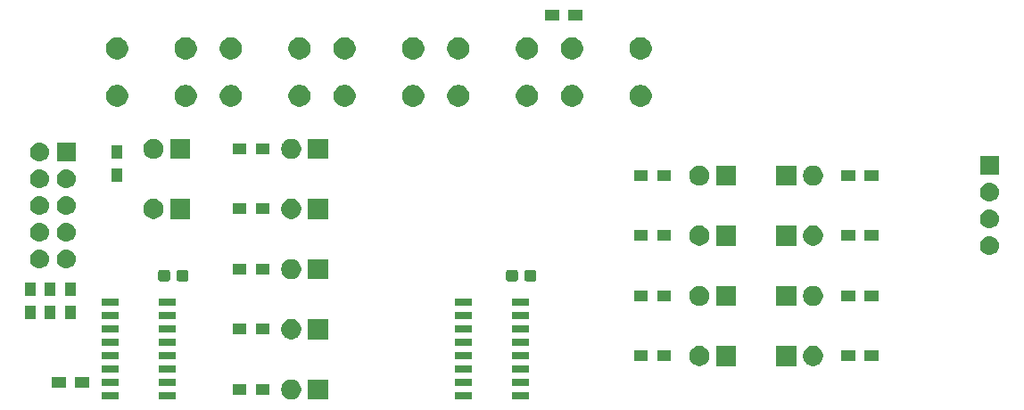
<source format=gbr>
G04 #@! TF.GenerationSoftware,KiCad,Pcbnew,(5.1.4)-1*
G04 #@! TF.CreationDate,2020-09-12T21:11:29+02:00*
G04 #@! TF.ProjectId,SBIO3,5342494f-332e-46b6-9963-61645f706362,rev?*
G04 #@! TF.SameCoordinates,Original*
G04 #@! TF.FileFunction,Soldermask,Top*
G04 #@! TF.FilePolarity,Negative*
%FSLAX46Y46*%
G04 Gerber Fmt 4.6, Leading zero omitted, Abs format (unit mm)*
G04 Created by KiCad (PCBNEW (5.1.4)-1) date 2020-09-12 21:11:29*
%MOMM*%
%LPD*%
G04 APERTURE LIST*
%ADD10C,0.100000*%
G04 APERTURE END LIST*
D10*
G36*
X84367000Y-175611000D02*
G01*
X82765000Y-175611000D01*
X82765000Y-174909000D01*
X84367000Y-174909000D01*
X84367000Y-175611000D01*
X84367000Y-175611000D01*
G37*
G36*
X117862000Y-175611000D02*
G01*
X116260000Y-175611000D01*
X116260000Y-174909000D01*
X117862000Y-174909000D01*
X117862000Y-175611000D01*
X117862000Y-175611000D01*
G37*
G36*
X89767000Y-175611000D02*
G01*
X88165000Y-175611000D01*
X88165000Y-174909000D01*
X89767000Y-174909000D01*
X89767000Y-175611000D01*
X89767000Y-175611000D01*
G37*
G36*
X123262000Y-175611000D02*
G01*
X121660000Y-175611000D01*
X121660000Y-174909000D01*
X123262000Y-174909000D01*
X123262000Y-175611000D01*
X123262000Y-175611000D01*
G37*
G36*
X100988395Y-173710546D02*
G01*
X101161466Y-173782234D01*
X101161467Y-173782235D01*
X101317227Y-173886310D01*
X101449690Y-174018773D01*
X101449691Y-174018775D01*
X101553766Y-174174534D01*
X101625454Y-174347605D01*
X101662000Y-174531333D01*
X101662000Y-174718667D01*
X101625454Y-174902395D01*
X101553766Y-175075466D01*
X101553765Y-175075467D01*
X101449690Y-175231227D01*
X101317227Y-175363690D01*
X101238818Y-175416081D01*
X101161466Y-175467766D01*
X100988395Y-175539454D01*
X100804667Y-175576000D01*
X100617333Y-175576000D01*
X100433605Y-175539454D01*
X100260534Y-175467766D01*
X100183182Y-175416081D01*
X100104773Y-175363690D01*
X99972310Y-175231227D01*
X99868235Y-175075467D01*
X99868234Y-175075466D01*
X99796546Y-174902395D01*
X99760000Y-174718667D01*
X99760000Y-174531333D01*
X99796546Y-174347605D01*
X99868234Y-174174534D01*
X99972309Y-174018775D01*
X99972310Y-174018773D01*
X100104773Y-173886310D01*
X100260533Y-173782235D01*
X100260534Y-173782234D01*
X100433605Y-173710546D01*
X100617333Y-173674000D01*
X100804667Y-173674000D01*
X100988395Y-173710546D01*
X100988395Y-173710546D01*
G37*
G36*
X104202000Y-175576000D02*
G01*
X102300000Y-175576000D01*
X102300000Y-173674000D01*
X104202000Y-173674000D01*
X104202000Y-175576000D01*
X104202000Y-175576000D01*
G37*
G36*
X98652000Y-175126000D02*
G01*
X97350000Y-175126000D01*
X97350000Y-174124000D01*
X98652000Y-174124000D01*
X98652000Y-175126000D01*
X98652000Y-175126000D01*
G37*
G36*
X96452000Y-175126000D02*
G01*
X95150000Y-175126000D01*
X95150000Y-174124000D01*
X96452000Y-174124000D01*
X96452000Y-175126000D01*
X96452000Y-175126000D01*
G37*
G36*
X79307000Y-174491000D02*
G01*
X78005000Y-174491000D01*
X78005000Y-173489000D01*
X79307000Y-173489000D01*
X79307000Y-174491000D01*
X79307000Y-174491000D01*
G37*
G36*
X81507000Y-174491000D02*
G01*
X80205000Y-174491000D01*
X80205000Y-173489000D01*
X81507000Y-173489000D01*
X81507000Y-174491000D01*
X81507000Y-174491000D01*
G37*
G36*
X89767000Y-174341000D02*
G01*
X88165000Y-174341000D01*
X88165000Y-173639000D01*
X89767000Y-173639000D01*
X89767000Y-174341000D01*
X89767000Y-174341000D01*
G37*
G36*
X84367000Y-174341000D02*
G01*
X82765000Y-174341000D01*
X82765000Y-173639000D01*
X84367000Y-173639000D01*
X84367000Y-174341000D01*
X84367000Y-174341000D01*
G37*
G36*
X123262000Y-174341000D02*
G01*
X121660000Y-174341000D01*
X121660000Y-173639000D01*
X123262000Y-173639000D01*
X123262000Y-174341000D01*
X123262000Y-174341000D01*
G37*
G36*
X117862000Y-174341000D02*
G01*
X116260000Y-174341000D01*
X116260000Y-173639000D01*
X117862000Y-173639000D01*
X117862000Y-174341000D01*
X117862000Y-174341000D01*
G37*
G36*
X123262000Y-173071000D02*
G01*
X121660000Y-173071000D01*
X121660000Y-172369000D01*
X123262000Y-172369000D01*
X123262000Y-173071000D01*
X123262000Y-173071000D01*
G37*
G36*
X84367000Y-173071000D02*
G01*
X82765000Y-173071000D01*
X82765000Y-172369000D01*
X84367000Y-172369000D01*
X84367000Y-173071000D01*
X84367000Y-173071000D01*
G37*
G36*
X89767000Y-173071000D02*
G01*
X88165000Y-173071000D01*
X88165000Y-172369000D01*
X89767000Y-172369000D01*
X89767000Y-173071000D01*
X89767000Y-173071000D01*
G37*
G36*
X117862000Y-173071000D02*
G01*
X116260000Y-173071000D01*
X116260000Y-172369000D01*
X117862000Y-172369000D01*
X117862000Y-173071000D01*
X117862000Y-173071000D01*
G37*
G36*
X148652000Y-172401000D02*
G01*
X146750000Y-172401000D01*
X146750000Y-170499000D01*
X148652000Y-170499000D01*
X148652000Y-172401000D01*
X148652000Y-172401000D01*
G37*
G36*
X142937000Y-172401000D02*
G01*
X141035000Y-172401000D01*
X141035000Y-170499000D01*
X142937000Y-170499000D01*
X142937000Y-172401000D01*
X142937000Y-172401000D01*
G37*
G36*
X150518395Y-170535546D02*
G01*
X150691466Y-170607234D01*
X150691467Y-170607235D01*
X150847227Y-170711310D01*
X150979690Y-170843773D01*
X150979691Y-170843775D01*
X151083766Y-170999534D01*
X151155454Y-171172605D01*
X151192000Y-171356333D01*
X151192000Y-171543667D01*
X151155454Y-171727395D01*
X151083766Y-171900466D01*
X151083765Y-171900467D01*
X150979690Y-172056227D01*
X150847227Y-172188690D01*
X150768818Y-172241081D01*
X150691466Y-172292766D01*
X150518395Y-172364454D01*
X150334667Y-172401000D01*
X150147333Y-172401000D01*
X149963605Y-172364454D01*
X149790534Y-172292766D01*
X149713182Y-172241081D01*
X149634773Y-172188690D01*
X149502310Y-172056227D01*
X149398235Y-171900467D01*
X149398234Y-171900466D01*
X149326546Y-171727395D01*
X149290000Y-171543667D01*
X149290000Y-171356333D01*
X149326546Y-171172605D01*
X149398234Y-170999534D01*
X149502309Y-170843775D01*
X149502310Y-170843773D01*
X149634773Y-170711310D01*
X149790533Y-170607235D01*
X149790534Y-170607234D01*
X149963605Y-170535546D01*
X150147333Y-170499000D01*
X150334667Y-170499000D01*
X150518395Y-170535546D01*
X150518395Y-170535546D01*
G37*
G36*
X139723395Y-170535546D02*
G01*
X139896466Y-170607234D01*
X139896467Y-170607235D01*
X140052227Y-170711310D01*
X140184690Y-170843773D01*
X140184691Y-170843775D01*
X140288766Y-170999534D01*
X140360454Y-171172605D01*
X140397000Y-171356333D01*
X140397000Y-171543667D01*
X140360454Y-171727395D01*
X140288766Y-171900466D01*
X140288765Y-171900467D01*
X140184690Y-172056227D01*
X140052227Y-172188690D01*
X139973818Y-172241081D01*
X139896466Y-172292766D01*
X139723395Y-172364454D01*
X139539667Y-172401000D01*
X139352333Y-172401000D01*
X139168605Y-172364454D01*
X138995534Y-172292766D01*
X138918182Y-172241081D01*
X138839773Y-172188690D01*
X138707310Y-172056227D01*
X138603235Y-171900467D01*
X138603234Y-171900466D01*
X138531546Y-171727395D01*
X138495000Y-171543667D01*
X138495000Y-171356333D01*
X138531546Y-171172605D01*
X138603234Y-170999534D01*
X138707309Y-170843775D01*
X138707310Y-170843773D01*
X138839773Y-170711310D01*
X138995533Y-170607235D01*
X138995534Y-170607234D01*
X139168605Y-170535546D01*
X139352333Y-170499000D01*
X139539667Y-170499000D01*
X139723395Y-170535546D01*
X139723395Y-170535546D01*
G37*
G36*
X156437000Y-171951000D02*
G01*
X155135000Y-171951000D01*
X155135000Y-170949000D01*
X156437000Y-170949000D01*
X156437000Y-171951000D01*
X156437000Y-171951000D01*
G37*
G36*
X154237000Y-171951000D02*
G01*
X152935000Y-171951000D01*
X152935000Y-170949000D01*
X154237000Y-170949000D01*
X154237000Y-171951000D01*
X154237000Y-171951000D01*
G37*
G36*
X134552000Y-171951000D02*
G01*
X133250000Y-171951000D01*
X133250000Y-170949000D01*
X134552000Y-170949000D01*
X134552000Y-171951000D01*
X134552000Y-171951000D01*
G37*
G36*
X136752000Y-171951000D02*
G01*
X135450000Y-171951000D01*
X135450000Y-170949000D01*
X136752000Y-170949000D01*
X136752000Y-171951000D01*
X136752000Y-171951000D01*
G37*
G36*
X89767000Y-171801000D02*
G01*
X88165000Y-171801000D01*
X88165000Y-171099000D01*
X89767000Y-171099000D01*
X89767000Y-171801000D01*
X89767000Y-171801000D01*
G37*
G36*
X117862000Y-171801000D02*
G01*
X116260000Y-171801000D01*
X116260000Y-171099000D01*
X117862000Y-171099000D01*
X117862000Y-171801000D01*
X117862000Y-171801000D01*
G37*
G36*
X84367000Y-171801000D02*
G01*
X82765000Y-171801000D01*
X82765000Y-171099000D01*
X84367000Y-171099000D01*
X84367000Y-171801000D01*
X84367000Y-171801000D01*
G37*
G36*
X123262000Y-171801000D02*
G01*
X121660000Y-171801000D01*
X121660000Y-171099000D01*
X123262000Y-171099000D01*
X123262000Y-171801000D01*
X123262000Y-171801000D01*
G37*
G36*
X84367000Y-170531000D02*
G01*
X82765000Y-170531000D01*
X82765000Y-169829000D01*
X84367000Y-169829000D01*
X84367000Y-170531000D01*
X84367000Y-170531000D01*
G37*
G36*
X89767000Y-170531000D02*
G01*
X88165000Y-170531000D01*
X88165000Y-169829000D01*
X89767000Y-169829000D01*
X89767000Y-170531000D01*
X89767000Y-170531000D01*
G37*
G36*
X117862000Y-170531000D02*
G01*
X116260000Y-170531000D01*
X116260000Y-169829000D01*
X117862000Y-169829000D01*
X117862000Y-170531000D01*
X117862000Y-170531000D01*
G37*
G36*
X123262000Y-170531000D02*
G01*
X121660000Y-170531000D01*
X121660000Y-169829000D01*
X123262000Y-169829000D01*
X123262000Y-170531000D01*
X123262000Y-170531000D01*
G37*
G36*
X104202000Y-169861000D02*
G01*
X102300000Y-169861000D01*
X102300000Y-167959000D01*
X104202000Y-167959000D01*
X104202000Y-169861000D01*
X104202000Y-169861000D01*
G37*
G36*
X100988395Y-167995546D02*
G01*
X101161466Y-168067234D01*
X101161467Y-168067235D01*
X101317227Y-168171310D01*
X101449690Y-168303773D01*
X101449691Y-168303775D01*
X101553766Y-168459534D01*
X101625454Y-168632605D01*
X101662000Y-168816333D01*
X101662000Y-169003667D01*
X101625454Y-169187395D01*
X101553766Y-169360466D01*
X101553765Y-169360467D01*
X101449690Y-169516227D01*
X101317227Y-169648690D01*
X101238818Y-169701081D01*
X101161466Y-169752766D01*
X100988395Y-169824454D01*
X100804667Y-169861000D01*
X100617333Y-169861000D01*
X100433605Y-169824454D01*
X100260534Y-169752766D01*
X100183182Y-169701081D01*
X100104773Y-169648690D01*
X99972310Y-169516227D01*
X99868235Y-169360467D01*
X99868234Y-169360466D01*
X99796546Y-169187395D01*
X99760000Y-169003667D01*
X99760000Y-168816333D01*
X99796546Y-168632605D01*
X99868234Y-168459534D01*
X99972309Y-168303775D01*
X99972310Y-168303773D01*
X100104773Y-168171310D01*
X100260533Y-168067235D01*
X100260534Y-168067234D01*
X100433605Y-167995546D01*
X100617333Y-167959000D01*
X100804667Y-167959000D01*
X100988395Y-167995546D01*
X100988395Y-167995546D01*
G37*
G36*
X96452000Y-169411000D02*
G01*
X95150000Y-169411000D01*
X95150000Y-168409000D01*
X96452000Y-168409000D01*
X96452000Y-169411000D01*
X96452000Y-169411000D01*
G37*
G36*
X98652000Y-169411000D02*
G01*
X97350000Y-169411000D01*
X97350000Y-168409000D01*
X98652000Y-168409000D01*
X98652000Y-169411000D01*
X98652000Y-169411000D01*
G37*
G36*
X117862000Y-169261000D02*
G01*
X116260000Y-169261000D01*
X116260000Y-168559000D01*
X117862000Y-168559000D01*
X117862000Y-169261000D01*
X117862000Y-169261000D01*
G37*
G36*
X84367000Y-169261000D02*
G01*
X82765000Y-169261000D01*
X82765000Y-168559000D01*
X84367000Y-168559000D01*
X84367000Y-169261000D01*
X84367000Y-169261000D01*
G37*
G36*
X89767000Y-169261000D02*
G01*
X88165000Y-169261000D01*
X88165000Y-168559000D01*
X89767000Y-168559000D01*
X89767000Y-169261000D01*
X89767000Y-169261000D01*
G37*
G36*
X123262000Y-169261000D02*
G01*
X121660000Y-169261000D01*
X121660000Y-168559000D01*
X123262000Y-168559000D01*
X123262000Y-169261000D01*
X123262000Y-169261000D01*
G37*
G36*
X89767000Y-167991000D02*
G01*
X88165000Y-167991000D01*
X88165000Y-167289000D01*
X89767000Y-167289000D01*
X89767000Y-167991000D01*
X89767000Y-167991000D01*
G37*
G36*
X117862000Y-167991000D02*
G01*
X116260000Y-167991000D01*
X116260000Y-167289000D01*
X117862000Y-167289000D01*
X117862000Y-167991000D01*
X117862000Y-167991000D01*
G37*
G36*
X84367000Y-167991000D02*
G01*
X82765000Y-167991000D01*
X82765000Y-167289000D01*
X84367000Y-167289000D01*
X84367000Y-167991000D01*
X84367000Y-167991000D01*
G37*
G36*
X123262000Y-167991000D02*
G01*
X121660000Y-167991000D01*
X121660000Y-167289000D01*
X123262000Y-167289000D01*
X123262000Y-167991000D01*
X123262000Y-167991000D01*
G37*
G36*
X76447000Y-167951000D02*
G01*
X75445000Y-167951000D01*
X75445000Y-166649000D01*
X76447000Y-166649000D01*
X76447000Y-167951000D01*
X76447000Y-167951000D01*
G37*
G36*
X78352000Y-167951000D02*
G01*
X77350000Y-167951000D01*
X77350000Y-166649000D01*
X78352000Y-166649000D01*
X78352000Y-167951000D01*
X78352000Y-167951000D01*
G37*
G36*
X80257000Y-167951000D02*
G01*
X79255000Y-167951000D01*
X79255000Y-166649000D01*
X80257000Y-166649000D01*
X80257000Y-167951000D01*
X80257000Y-167951000D01*
G37*
G36*
X123262000Y-166721000D02*
G01*
X121660000Y-166721000D01*
X121660000Y-166019000D01*
X123262000Y-166019000D01*
X123262000Y-166721000D01*
X123262000Y-166721000D01*
G37*
G36*
X89767000Y-166721000D02*
G01*
X88165000Y-166721000D01*
X88165000Y-166019000D01*
X89767000Y-166019000D01*
X89767000Y-166721000D01*
X89767000Y-166721000D01*
G37*
G36*
X84367000Y-166721000D02*
G01*
X82765000Y-166721000D01*
X82765000Y-166019000D01*
X84367000Y-166019000D01*
X84367000Y-166721000D01*
X84367000Y-166721000D01*
G37*
G36*
X117862000Y-166721000D02*
G01*
X116260000Y-166721000D01*
X116260000Y-166019000D01*
X117862000Y-166019000D01*
X117862000Y-166721000D01*
X117862000Y-166721000D01*
G37*
G36*
X142937000Y-166686000D02*
G01*
X141035000Y-166686000D01*
X141035000Y-164784000D01*
X142937000Y-164784000D01*
X142937000Y-166686000D01*
X142937000Y-166686000D01*
G37*
G36*
X148652000Y-166686000D02*
G01*
X146750000Y-166686000D01*
X146750000Y-164784000D01*
X148652000Y-164784000D01*
X148652000Y-166686000D01*
X148652000Y-166686000D01*
G37*
G36*
X150518395Y-164820546D02*
G01*
X150691466Y-164892234D01*
X150691467Y-164892235D01*
X150847227Y-164996310D01*
X150979690Y-165128773D01*
X150979691Y-165128775D01*
X151083766Y-165284534D01*
X151155454Y-165457605D01*
X151192000Y-165641333D01*
X151192000Y-165828667D01*
X151155454Y-166012395D01*
X151083766Y-166185466D01*
X151083765Y-166185467D01*
X150979690Y-166341227D01*
X150847227Y-166473690D01*
X150768818Y-166526081D01*
X150691466Y-166577766D01*
X150518395Y-166649454D01*
X150334667Y-166686000D01*
X150147333Y-166686000D01*
X149963605Y-166649454D01*
X149790534Y-166577766D01*
X149713182Y-166526081D01*
X149634773Y-166473690D01*
X149502310Y-166341227D01*
X149398235Y-166185467D01*
X149398234Y-166185466D01*
X149326546Y-166012395D01*
X149290000Y-165828667D01*
X149290000Y-165641333D01*
X149326546Y-165457605D01*
X149398234Y-165284534D01*
X149502309Y-165128775D01*
X149502310Y-165128773D01*
X149634773Y-164996310D01*
X149790533Y-164892235D01*
X149790534Y-164892234D01*
X149963605Y-164820546D01*
X150147333Y-164784000D01*
X150334667Y-164784000D01*
X150518395Y-164820546D01*
X150518395Y-164820546D01*
G37*
G36*
X139723395Y-164820546D02*
G01*
X139896466Y-164892234D01*
X139896467Y-164892235D01*
X140052227Y-164996310D01*
X140184690Y-165128773D01*
X140184691Y-165128775D01*
X140288766Y-165284534D01*
X140360454Y-165457605D01*
X140397000Y-165641333D01*
X140397000Y-165828667D01*
X140360454Y-166012395D01*
X140288766Y-166185466D01*
X140288765Y-166185467D01*
X140184690Y-166341227D01*
X140052227Y-166473690D01*
X139973818Y-166526081D01*
X139896466Y-166577766D01*
X139723395Y-166649454D01*
X139539667Y-166686000D01*
X139352333Y-166686000D01*
X139168605Y-166649454D01*
X138995534Y-166577766D01*
X138918182Y-166526081D01*
X138839773Y-166473690D01*
X138707310Y-166341227D01*
X138603235Y-166185467D01*
X138603234Y-166185466D01*
X138531546Y-166012395D01*
X138495000Y-165828667D01*
X138495000Y-165641333D01*
X138531546Y-165457605D01*
X138603234Y-165284534D01*
X138707309Y-165128775D01*
X138707310Y-165128773D01*
X138839773Y-164996310D01*
X138995533Y-164892235D01*
X138995534Y-164892234D01*
X139168605Y-164820546D01*
X139352333Y-164784000D01*
X139539667Y-164784000D01*
X139723395Y-164820546D01*
X139723395Y-164820546D01*
G37*
G36*
X134552000Y-166236000D02*
G01*
X133250000Y-166236000D01*
X133250000Y-165234000D01*
X134552000Y-165234000D01*
X134552000Y-166236000D01*
X134552000Y-166236000D01*
G37*
G36*
X136752000Y-166236000D02*
G01*
X135450000Y-166236000D01*
X135450000Y-165234000D01*
X136752000Y-165234000D01*
X136752000Y-166236000D01*
X136752000Y-166236000D01*
G37*
G36*
X154237000Y-166236000D02*
G01*
X152935000Y-166236000D01*
X152935000Y-165234000D01*
X154237000Y-165234000D01*
X154237000Y-166236000D01*
X154237000Y-166236000D01*
G37*
G36*
X156437000Y-166236000D02*
G01*
X155135000Y-166236000D01*
X155135000Y-165234000D01*
X156437000Y-165234000D01*
X156437000Y-166236000D01*
X156437000Y-166236000D01*
G37*
G36*
X80257000Y-165751000D02*
G01*
X79255000Y-165751000D01*
X79255000Y-164449000D01*
X80257000Y-164449000D01*
X80257000Y-165751000D01*
X80257000Y-165751000D01*
G37*
G36*
X76447000Y-165751000D02*
G01*
X75445000Y-165751000D01*
X75445000Y-164449000D01*
X76447000Y-164449000D01*
X76447000Y-165751000D01*
X76447000Y-165751000D01*
G37*
G36*
X78352000Y-165751000D02*
G01*
X77350000Y-165751000D01*
X77350000Y-164449000D01*
X78352000Y-164449000D01*
X78352000Y-165751000D01*
X78352000Y-165751000D01*
G37*
G36*
X90824499Y-163308445D02*
G01*
X90861995Y-163319820D01*
X90896554Y-163338292D01*
X90926847Y-163363153D01*
X90951708Y-163393446D01*
X90970180Y-163428005D01*
X90981555Y-163465501D01*
X90986000Y-163510638D01*
X90986000Y-164149362D01*
X90981555Y-164194499D01*
X90970180Y-164231995D01*
X90951708Y-164266554D01*
X90926847Y-164296847D01*
X90896554Y-164321708D01*
X90861995Y-164340180D01*
X90824499Y-164351555D01*
X90779362Y-164356000D01*
X90040638Y-164356000D01*
X89995501Y-164351555D01*
X89958005Y-164340180D01*
X89923446Y-164321708D01*
X89893153Y-164296847D01*
X89868292Y-164266554D01*
X89849820Y-164231995D01*
X89838445Y-164194499D01*
X89834000Y-164149362D01*
X89834000Y-163510638D01*
X89838445Y-163465501D01*
X89849820Y-163428005D01*
X89868292Y-163393446D01*
X89893153Y-163363153D01*
X89923446Y-163338292D01*
X89958005Y-163319820D01*
X89995501Y-163308445D01*
X90040638Y-163304000D01*
X90779362Y-163304000D01*
X90824499Y-163308445D01*
X90824499Y-163308445D01*
G37*
G36*
X89074499Y-163308445D02*
G01*
X89111995Y-163319820D01*
X89146554Y-163338292D01*
X89176847Y-163363153D01*
X89201708Y-163393446D01*
X89220180Y-163428005D01*
X89231555Y-163465501D01*
X89236000Y-163510638D01*
X89236000Y-164149362D01*
X89231555Y-164194499D01*
X89220180Y-164231995D01*
X89201708Y-164266554D01*
X89176847Y-164296847D01*
X89146554Y-164321708D01*
X89111995Y-164340180D01*
X89074499Y-164351555D01*
X89029362Y-164356000D01*
X88290638Y-164356000D01*
X88245501Y-164351555D01*
X88208005Y-164340180D01*
X88173446Y-164321708D01*
X88143153Y-164296847D01*
X88118292Y-164266554D01*
X88099820Y-164231995D01*
X88088445Y-164194499D01*
X88084000Y-164149362D01*
X88084000Y-163510638D01*
X88088445Y-163465501D01*
X88099820Y-163428005D01*
X88118292Y-163393446D01*
X88143153Y-163363153D01*
X88173446Y-163338292D01*
X88208005Y-163319820D01*
X88245501Y-163308445D01*
X88290638Y-163304000D01*
X89029362Y-163304000D01*
X89074499Y-163308445D01*
X89074499Y-163308445D01*
G37*
G36*
X123844499Y-163308445D02*
G01*
X123881995Y-163319820D01*
X123916554Y-163338292D01*
X123946847Y-163363153D01*
X123971708Y-163393446D01*
X123990180Y-163428005D01*
X124001555Y-163465501D01*
X124006000Y-163510638D01*
X124006000Y-164149362D01*
X124001555Y-164194499D01*
X123990180Y-164231995D01*
X123971708Y-164266554D01*
X123946847Y-164296847D01*
X123916554Y-164321708D01*
X123881995Y-164340180D01*
X123844499Y-164351555D01*
X123799362Y-164356000D01*
X123060638Y-164356000D01*
X123015501Y-164351555D01*
X122978005Y-164340180D01*
X122943446Y-164321708D01*
X122913153Y-164296847D01*
X122888292Y-164266554D01*
X122869820Y-164231995D01*
X122858445Y-164194499D01*
X122854000Y-164149362D01*
X122854000Y-163510638D01*
X122858445Y-163465501D01*
X122869820Y-163428005D01*
X122888292Y-163393446D01*
X122913153Y-163363153D01*
X122943446Y-163338292D01*
X122978005Y-163319820D01*
X123015501Y-163308445D01*
X123060638Y-163304000D01*
X123799362Y-163304000D01*
X123844499Y-163308445D01*
X123844499Y-163308445D01*
G37*
G36*
X122094499Y-163308445D02*
G01*
X122131995Y-163319820D01*
X122166554Y-163338292D01*
X122196847Y-163363153D01*
X122221708Y-163393446D01*
X122240180Y-163428005D01*
X122251555Y-163465501D01*
X122256000Y-163510638D01*
X122256000Y-164149362D01*
X122251555Y-164194499D01*
X122240180Y-164231995D01*
X122221708Y-164266554D01*
X122196847Y-164296847D01*
X122166554Y-164321708D01*
X122131995Y-164340180D01*
X122094499Y-164351555D01*
X122049362Y-164356000D01*
X121310638Y-164356000D01*
X121265501Y-164351555D01*
X121228005Y-164340180D01*
X121193446Y-164321708D01*
X121163153Y-164296847D01*
X121138292Y-164266554D01*
X121119820Y-164231995D01*
X121108445Y-164194499D01*
X121104000Y-164149362D01*
X121104000Y-163510638D01*
X121108445Y-163465501D01*
X121119820Y-163428005D01*
X121138292Y-163393446D01*
X121163153Y-163363153D01*
X121193446Y-163338292D01*
X121228005Y-163319820D01*
X121265501Y-163308445D01*
X121310638Y-163304000D01*
X122049362Y-163304000D01*
X122094499Y-163308445D01*
X122094499Y-163308445D01*
G37*
G36*
X100988395Y-162280546D02*
G01*
X101161466Y-162352234D01*
X101161467Y-162352235D01*
X101317227Y-162456310D01*
X101449690Y-162588773D01*
X101449691Y-162588775D01*
X101553766Y-162744534D01*
X101625454Y-162917605D01*
X101662000Y-163101333D01*
X101662000Y-163288667D01*
X101625454Y-163472395D01*
X101553766Y-163645466D01*
X101553765Y-163645467D01*
X101449690Y-163801227D01*
X101317227Y-163933690D01*
X101238818Y-163986081D01*
X101161466Y-164037766D01*
X100988395Y-164109454D01*
X100804667Y-164146000D01*
X100617333Y-164146000D01*
X100433605Y-164109454D01*
X100260534Y-164037766D01*
X100183182Y-163986081D01*
X100104773Y-163933690D01*
X99972310Y-163801227D01*
X99868235Y-163645467D01*
X99868234Y-163645466D01*
X99796546Y-163472395D01*
X99760000Y-163288667D01*
X99760000Y-163101333D01*
X99796546Y-162917605D01*
X99868234Y-162744534D01*
X99972309Y-162588775D01*
X99972310Y-162588773D01*
X100104773Y-162456310D01*
X100260533Y-162352235D01*
X100260534Y-162352234D01*
X100433605Y-162280546D01*
X100617333Y-162244000D01*
X100804667Y-162244000D01*
X100988395Y-162280546D01*
X100988395Y-162280546D01*
G37*
G36*
X104202000Y-164146000D02*
G01*
X102300000Y-164146000D01*
X102300000Y-162244000D01*
X104202000Y-162244000D01*
X104202000Y-164146000D01*
X104202000Y-164146000D01*
G37*
G36*
X98652000Y-163696000D02*
G01*
X97350000Y-163696000D01*
X97350000Y-162694000D01*
X98652000Y-162694000D01*
X98652000Y-163696000D01*
X98652000Y-163696000D01*
G37*
G36*
X96452000Y-163696000D02*
G01*
X95150000Y-163696000D01*
X95150000Y-162694000D01*
X96452000Y-162694000D01*
X96452000Y-163696000D01*
X96452000Y-163696000D01*
G37*
G36*
X79485442Y-161348018D02*
G01*
X79551627Y-161354537D01*
X79721466Y-161406057D01*
X79877991Y-161489722D01*
X79913729Y-161519052D01*
X80015186Y-161602314D01*
X80098448Y-161703771D01*
X80127778Y-161739509D01*
X80211443Y-161896034D01*
X80262963Y-162065873D01*
X80280359Y-162242500D01*
X80262963Y-162419127D01*
X80211443Y-162588966D01*
X80127778Y-162745491D01*
X80098448Y-162781229D01*
X80015186Y-162882686D01*
X79913729Y-162965948D01*
X79877991Y-162995278D01*
X79721466Y-163078943D01*
X79551627Y-163130463D01*
X79485443Y-163136981D01*
X79419260Y-163143500D01*
X79330740Y-163143500D01*
X79264557Y-163136981D01*
X79198373Y-163130463D01*
X79028534Y-163078943D01*
X78872009Y-162995278D01*
X78836271Y-162965948D01*
X78734814Y-162882686D01*
X78651552Y-162781229D01*
X78622222Y-162745491D01*
X78538557Y-162588966D01*
X78487037Y-162419127D01*
X78469641Y-162242500D01*
X78487037Y-162065873D01*
X78538557Y-161896034D01*
X78622222Y-161739509D01*
X78651552Y-161703771D01*
X78734814Y-161602314D01*
X78836271Y-161519052D01*
X78872009Y-161489722D01*
X79028534Y-161406057D01*
X79198373Y-161354537D01*
X79264558Y-161348018D01*
X79330740Y-161341500D01*
X79419260Y-161341500D01*
X79485442Y-161348018D01*
X79485442Y-161348018D01*
G37*
G36*
X76945442Y-161348018D02*
G01*
X77011627Y-161354537D01*
X77181466Y-161406057D01*
X77337991Y-161489722D01*
X77373729Y-161519052D01*
X77475186Y-161602314D01*
X77558448Y-161703771D01*
X77587778Y-161739509D01*
X77671443Y-161896034D01*
X77722963Y-162065873D01*
X77740359Y-162242500D01*
X77722963Y-162419127D01*
X77671443Y-162588966D01*
X77587778Y-162745491D01*
X77558448Y-162781229D01*
X77475186Y-162882686D01*
X77373729Y-162965948D01*
X77337991Y-162995278D01*
X77181466Y-163078943D01*
X77011627Y-163130463D01*
X76945443Y-163136981D01*
X76879260Y-163143500D01*
X76790740Y-163143500D01*
X76724557Y-163136981D01*
X76658373Y-163130463D01*
X76488534Y-163078943D01*
X76332009Y-162995278D01*
X76296271Y-162965948D01*
X76194814Y-162882686D01*
X76111552Y-162781229D01*
X76082222Y-162745491D01*
X75998557Y-162588966D01*
X75947037Y-162419127D01*
X75929641Y-162242500D01*
X75947037Y-162065873D01*
X75998557Y-161896034D01*
X76082222Y-161739509D01*
X76111552Y-161703771D01*
X76194814Y-161602314D01*
X76296271Y-161519052D01*
X76332009Y-161489722D01*
X76488534Y-161406057D01*
X76658373Y-161354537D01*
X76724558Y-161348018D01*
X76790740Y-161341500D01*
X76879260Y-161341500D01*
X76945442Y-161348018D01*
X76945442Y-161348018D01*
G37*
G36*
X167115442Y-160078018D02*
G01*
X167181627Y-160084537D01*
X167351466Y-160136057D01*
X167507991Y-160219722D01*
X167543729Y-160249052D01*
X167645186Y-160332314D01*
X167728448Y-160433771D01*
X167757778Y-160469509D01*
X167841443Y-160626034D01*
X167892963Y-160795873D01*
X167910359Y-160972500D01*
X167892963Y-161149127D01*
X167841443Y-161318966D01*
X167757778Y-161475491D01*
X167728448Y-161511229D01*
X167645186Y-161612686D01*
X167543729Y-161695948D01*
X167507991Y-161725278D01*
X167351466Y-161808943D01*
X167181627Y-161860463D01*
X167115443Y-161866981D01*
X167049260Y-161873500D01*
X166960740Y-161873500D01*
X166894557Y-161866981D01*
X166828373Y-161860463D01*
X166658534Y-161808943D01*
X166502009Y-161725278D01*
X166466271Y-161695948D01*
X166364814Y-161612686D01*
X166281552Y-161511229D01*
X166252222Y-161475491D01*
X166168557Y-161318966D01*
X166117037Y-161149127D01*
X166099641Y-160972500D01*
X166117037Y-160795873D01*
X166168557Y-160626034D01*
X166252222Y-160469509D01*
X166281552Y-160433771D01*
X166364814Y-160332314D01*
X166466271Y-160249052D01*
X166502009Y-160219722D01*
X166658534Y-160136057D01*
X166828373Y-160084537D01*
X166894558Y-160078018D01*
X166960740Y-160071500D01*
X167049260Y-160071500D01*
X167115442Y-160078018D01*
X167115442Y-160078018D01*
G37*
G36*
X148652000Y-160971000D02*
G01*
X146750000Y-160971000D01*
X146750000Y-159069000D01*
X148652000Y-159069000D01*
X148652000Y-160971000D01*
X148652000Y-160971000D01*
G37*
G36*
X150518395Y-159105546D02*
G01*
X150691466Y-159177234D01*
X150703506Y-159185279D01*
X150847227Y-159281310D01*
X150979690Y-159413773D01*
X150979691Y-159413775D01*
X151083766Y-159569534D01*
X151155454Y-159742605D01*
X151192000Y-159926333D01*
X151192000Y-160113667D01*
X151155454Y-160297395D01*
X151083766Y-160470466D01*
X151083765Y-160470467D01*
X150979690Y-160626227D01*
X150847227Y-160758690D01*
X150791578Y-160795873D01*
X150691466Y-160862766D01*
X150518395Y-160934454D01*
X150334667Y-160971000D01*
X150147333Y-160971000D01*
X149963605Y-160934454D01*
X149790534Y-160862766D01*
X149690422Y-160795873D01*
X149634773Y-160758690D01*
X149502310Y-160626227D01*
X149398235Y-160470467D01*
X149398234Y-160470466D01*
X149326546Y-160297395D01*
X149290000Y-160113667D01*
X149290000Y-159926333D01*
X149326546Y-159742605D01*
X149398234Y-159569534D01*
X149502309Y-159413775D01*
X149502310Y-159413773D01*
X149634773Y-159281310D01*
X149778494Y-159185279D01*
X149790534Y-159177234D01*
X149963605Y-159105546D01*
X150147333Y-159069000D01*
X150334667Y-159069000D01*
X150518395Y-159105546D01*
X150518395Y-159105546D01*
G37*
G36*
X139723395Y-159105546D02*
G01*
X139896466Y-159177234D01*
X139908506Y-159185279D01*
X140052227Y-159281310D01*
X140184690Y-159413773D01*
X140184691Y-159413775D01*
X140288766Y-159569534D01*
X140360454Y-159742605D01*
X140397000Y-159926333D01*
X140397000Y-160113667D01*
X140360454Y-160297395D01*
X140288766Y-160470466D01*
X140288765Y-160470467D01*
X140184690Y-160626227D01*
X140052227Y-160758690D01*
X139996578Y-160795873D01*
X139896466Y-160862766D01*
X139723395Y-160934454D01*
X139539667Y-160971000D01*
X139352333Y-160971000D01*
X139168605Y-160934454D01*
X138995534Y-160862766D01*
X138895422Y-160795873D01*
X138839773Y-160758690D01*
X138707310Y-160626227D01*
X138603235Y-160470467D01*
X138603234Y-160470466D01*
X138531546Y-160297395D01*
X138495000Y-160113667D01*
X138495000Y-159926333D01*
X138531546Y-159742605D01*
X138603234Y-159569534D01*
X138707309Y-159413775D01*
X138707310Y-159413773D01*
X138839773Y-159281310D01*
X138983494Y-159185279D01*
X138995534Y-159177234D01*
X139168605Y-159105546D01*
X139352333Y-159069000D01*
X139539667Y-159069000D01*
X139723395Y-159105546D01*
X139723395Y-159105546D01*
G37*
G36*
X142937000Y-160971000D02*
G01*
X141035000Y-160971000D01*
X141035000Y-159069000D01*
X142937000Y-159069000D01*
X142937000Y-160971000D01*
X142937000Y-160971000D01*
G37*
G36*
X76945442Y-158808018D02*
G01*
X77011627Y-158814537D01*
X77181466Y-158866057D01*
X77337991Y-158949722D01*
X77373729Y-158979052D01*
X77475186Y-159062314D01*
X77558448Y-159163771D01*
X77587778Y-159199509D01*
X77671443Y-159356034D01*
X77722963Y-159525873D01*
X77740359Y-159702500D01*
X77722963Y-159879127D01*
X77671443Y-160048966D01*
X77587778Y-160205491D01*
X77558448Y-160241229D01*
X77475186Y-160342686D01*
X77373729Y-160425948D01*
X77337991Y-160455278D01*
X77181466Y-160538943D01*
X77011627Y-160590463D01*
X76945442Y-160596982D01*
X76879260Y-160603500D01*
X76790740Y-160603500D01*
X76724558Y-160596982D01*
X76658373Y-160590463D01*
X76488534Y-160538943D01*
X76332009Y-160455278D01*
X76296271Y-160425948D01*
X76194814Y-160342686D01*
X76111552Y-160241229D01*
X76082222Y-160205491D01*
X75998557Y-160048966D01*
X75947037Y-159879127D01*
X75929641Y-159702500D01*
X75947037Y-159525873D01*
X75998557Y-159356034D01*
X76082222Y-159199509D01*
X76111552Y-159163771D01*
X76194814Y-159062314D01*
X76296271Y-158979052D01*
X76332009Y-158949722D01*
X76488534Y-158866057D01*
X76658373Y-158814537D01*
X76724558Y-158808018D01*
X76790740Y-158801500D01*
X76879260Y-158801500D01*
X76945442Y-158808018D01*
X76945442Y-158808018D01*
G37*
G36*
X79485442Y-158808018D02*
G01*
X79551627Y-158814537D01*
X79721466Y-158866057D01*
X79877991Y-158949722D01*
X79913729Y-158979052D01*
X80015186Y-159062314D01*
X80098448Y-159163771D01*
X80127778Y-159199509D01*
X80211443Y-159356034D01*
X80262963Y-159525873D01*
X80280359Y-159702500D01*
X80262963Y-159879127D01*
X80211443Y-160048966D01*
X80127778Y-160205491D01*
X80098448Y-160241229D01*
X80015186Y-160342686D01*
X79913729Y-160425948D01*
X79877991Y-160455278D01*
X79721466Y-160538943D01*
X79551627Y-160590463D01*
X79485442Y-160596982D01*
X79419260Y-160603500D01*
X79330740Y-160603500D01*
X79264558Y-160596982D01*
X79198373Y-160590463D01*
X79028534Y-160538943D01*
X78872009Y-160455278D01*
X78836271Y-160425948D01*
X78734814Y-160342686D01*
X78651552Y-160241229D01*
X78622222Y-160205491D01*
X78538557Y-160048966D01*
X78487037Y-159879127D01*
X78469641Y-159702500D01*
X78487037Y-159525873D01*
X78538557Y-159356034D01*
X78622222Y-159199509D01*
X78651552Y-159163771D01*
X78734814Y-159062314D01*
X78836271Y-158979052D01*
X78872009Y-158949722D01*
X79028534Y-158866057D01*
X79198373Y-158814537D01*
X79264558Y-158808018D01*
X79330740Y-158801500D01*
X79419260Y-158801500D01*
X79485442Y-158808018D01*
X79485442Y-158808018D01*
G37*
G36*
X156437000Y-160521000D02*
G01*
X155135000Y-160521000D01*
X155135000Y-159519000D01*
X156437000Y-159519000D01*
X156437000Y-160521000D01*
X156437000Y-160521000D01*
G37*
G36*
X154237000Y-160521000D02*
G01*
X152935000Y-160521000D01*
X152935000Y-159519000D01*
X154237000Y-159519000D01*
X154237000Y-160521000D01*
X154237000Y-160521000D01*
G37*
G36*
X136752000Y-160521000D02*
G01*
X135450000Y-160521000D01*
X135450000Y-159519000D01*
X136752000Y-159519000D01*
X136752000Y-160521000D01*
X136752000Y-160521000D01*
G37*
G36*
X134552000Y-160521000D02*
G01*
X133250000Y-160521000D01*
X133250000Y-159519000D01*
X134552000Y-159519000D01*
X134552000Y-160521000D01*
X134552000Y-160521000D01*
G37*
G36*
X167115443Y-157538019D02*
G01*
X167181627Y-157544537D01*
X167351466Y-157596057D01*
X167507991Y-157679722D01*
X167543729Y-157709052D01*
X167645186Y-157792314D01*
X167728448Y-157893771D01*
X167757778Y-157929509D01*
X167841443Y-158086034D01*
X167892963Y-158255873D01*
X167910359Y-158432500D01*
X167892963Y-158609127D01*
X167841443Y-158778966D01*
X167757778Y-158935491D01*
X167728448Y-158971229D01*
X167645186Y-159072686D01*
X167543729Y-159155948D01*
X167507991Y-159185278D01*
X167351466Y-159268943D01*
X167181627Y-159320463D01*
X167115443Y-159326981D01*
X167049260Y-159333500D01*
X166960740Y-159333500D01*
X166894557Y-159326981D01*
X166828373Y-159320463D01*
X166658534Y-159268943D01*
X166502009Y-159185278D01*
X166466271Y-159155948D01*
X166364814Y-159072686D01*
X166281552Y-158971229D01*
X166252222Y-158935491D01*
X166168557Y-158778966D01*
X166117037Y-158609127D01*
X166099641Y-158432500D01*
X166117037Y-158255873D01*
X166168557Y-158086034D01*
X166252222Y-157929509D01*
X166281552Y-157893771D01*
X166364814Y-157792314D01*
X166466271Y-157709052D01*
X166502009Y-157679722D01*
X166658534Y-157596057D01*
X166828373Y-157544537D01*
X166894557Y-157538019D01*
X166960740Y-157531500D01*
X167049260Y-157531500D01*
X167115443Y-157538019D01*
X167115443Y-157538019D01*
G37*
G36*
X91121000Y-158431000D02*
G01*
X89219000Y-158431000D01*
X89219000Y-156529000D01*
X91121000Y-156529000D01*
X91121000Y-158431000D01*
X91121000Y-158431000D01*
G37*
G36*
X100988395Y-156565546D02*
G01*
X101161466Y-156637234D01*
X101173506Y-156645279D01*
X101317227Y-156741310D01*
X101449690Y-156873773D01*
X101449691Y-156873775D01*
X101553766Y-157029534D01*
X101625454Y-157202605D01*
X101662000Y-157386333D01*
X101662000Y-157573667D01*
X101625454Y-157757395D01*
X101553766Y-157930466D01*
X101553765Y-157930467D01*
X101449690Y-158086227D01*
X101317227Y-158218690D01*
X101261578Y-158255873D01*
X101161466Y-158322766D01*
X100988395Y-158394454D01*
X100804667Y-158431000D01*
X100617333Y-158431000D01*
X100433605Y-158394454D01*
X100260534Y-158322766D01*
X100160422Y-158255873D01*
X100104773Y-158218690D01*
X99972310Y-158086227D01*
X99868235Y-157930467D01*
X99868234Y-157930466D01*
X99796546Y-157757395D01*
X99760000Y-157573667D01*
X99760000Y-157386333D01*
X99796546Y-157202605D01*
X99868234Y-157029534D01*
X99972309Y-156873775D01*
X99972310Y-156873773D01*
X100104773Y-156741310D01*
X100248494Y-156645279D01*
X100260534Y-156637234D01*
X100433605Y-156565546D01*
X100617333Y-156529000D01*
X100804667Y-156529000D01*
X100988395Y-156565546D01*
X100988395Y-156565546D01*
G37*
G36*
X87907395Y-156565546D02*
G01*
X88080466Y-156637234D01*
X88092506Y-156645279D01*
X88236227Y-156741310D01*
X88368690Y-156873773D01*
X88368691Y-156873775D01*
X88472766Y-157029534D01*
X88544454Y-157202605D01*
X88581000Y-157386333D01*
X88581000Y-157573667D01*
X88544454Y-157757395D01*
X88472766Y-157930466D01*
X88472765Y-157930467D01*
X88368690Y-158086227D01*
X88236227Y-158218690D01*
X88180578Y-158255873D01*
X88080466Y-158322766D01*
X87907395Y-158394454D01*
X87723667Y-158431000D01*
X87536333Y-158431000D01*
X87352605Y-158394454D01*
X87179534Y-158322766D01*
X87079422Y-158255873D01*
X87023773Y-158218690D01*
X86891310Y-158086227D01*
X86787235Y-157930467D01*
X86787234Y-157930466D01*
X86715546Y-157757395D01*
X86679000Y-157573667D01*
X86679000Y-157386333D01*
X86715546Y-157202605D01*
X86787234Y-157029534D01*
X86891309Y-156873775D01*
X86891310Y-156873773D01*
X87023773Y-156741310D01*
X87167494Y-156645279D01*
X87179534Y-156637234D01*
X87352605Y-156565546D01*
X87536333Y-156529000D01*
X87723667Y-156529000D01*
X87907395Y-156565546D01*
X87907395Y-156565546D01*
G37*
G36*
X104202000Y-158431000D02*
G01*
X102300000Y-158431000D01*
X102300000Y-156529000D01*
X104202000Y-156529000D01*
X104202000Y-158431000D01*
X104202000Y-158431000D01*
G37*
G36*
X76945442Y-156268018D02*
G01*
X77011627Y-156274537D01*
X77181466Y-156326057D01*
X77337991Y-156409722D01*
X77373729Y-156439052D01*
X77475186Y-156522314D01*
X77558448Y-156623771D01*
X77587778Y-156659509D01*
X77671443Y-156816034D01*
X77722963Y-156985873D01*
X77740359Y-157162500D01*
X77722963Y-157339127D01*
X77671443Y-157508966D01*
X77587778Y-157665491D01*
X77558448Y-157701229D01*
X77475186Y-157802686D01*
X77373729Y-157885948D01*
X77337991Y-157915278D01*
X77181466Y-157998943D01*
X77011627Y-158050463D01*
X76945442Y-158056982D01*
X76879260Y-158063500D01*
X76790740Y-158063500D01*
X76724558Y-158056982D01*
X76658373Y-158050463D01*
X76488534Y-157998943D01*
X76332009Y-157915278D01*
X76296271Y-157885948D01*
X76194814Y-157802686D01*
X76111552Y-157701229D01*
X76082222Y-157665491D01*
X75998557Y-157508966D01*
X75947037Y-157339127D01*
X75929641Y-157162500D01*
X75947037Y-156985873D01*
X75998557Y-156816034D01*
X76082222Y-156659509D01*
X76111552Y-156623771D01*
X76194814Y-156522314D01*
X76296271Y-156439052D01*
X76332009Y-156409722D01*
X76488534Y-156326057D01*
X76658373Y-156274537D01*
X76724558Y-156268018D01*
X76790740Y-156261500D01*
X76879260Y-156261500D01*
X76945442Y-156268018D01*
X76945442Y-156268018D01*
G37*
G36*
X79485442Y-156268018D02*
G01*
X79551627Y-156274537D01*
X79721466Y-156326057D01*
X79877991Y-156409722D01*
X79913729Y-156439052D01*
X80015186Y-156522314D01*
X80098448Y-156623771D01*
X80127778Y-156659509D01*
X80211443Y-156816034D01*
X80262963Y-156985873D01*
X80280359Y-157162500D01*
X80262963Y-157339127D01*
X80211443Y-157508966D01*
X80127778Y-157665491D01*
X80098448Y-157701229D01*
X80015186Y-157802686D01*
X79913729Y-157885948D01*
X79877991Y-157915278D01*
X79721466Y-157998943D01*
X79551627Y-158050463D01*
X79485442Y-158056982D01*
X79419260Y-158063500D01*
X79330740Y-158063500D01*
X79264558Y-158056982D01*
X79198373Y-158050463D01*
X79028534Y-157998943D01*
X78872009Y-157915278D01*
X78836271Y-157885948D01*
X78734814Y-157802686D01*
X78651552Y-157701229D01*
X78622222Y-157665491D01*
X78538557Y-157508966D01*
X78487037Y-157339127D01*
X78469641Y-157162500D01*
X78487037Y-156985873D01*
X78538557Y-156816034D01*
X78622222Y-156659509D01*
X78651552Y-156623771D01*
X78734814Y-156522314D01*
X78836271Y-156439052D01*
X78872009Y-156409722D01*
X79028534Y-156326057D01*
X79198373Y-156274537D01*
X79264558Y-156268018D01*
X79330740Y-156261500D01*
X79419260Y-156261500D01*
X79485442Y-156268018D01*
X79485442Y-156268018D01*
G37*
G36*
X98652000Y-157981000D02*
G01*
X97350000Y-157981000D01*
X97350000Y-156979000D01*
X98652000Y-156979000D01*
X98652000Y-157981000D01*
X98652000Y-157981000D01*
G37*
G36*
X96452000Y-157981000D02*
G01*
X95150000Y-157981000D01*
X95150000Y-156979000D01*
X96452000Y-156979000D01*
X96452000Y-157981000D01*
X96452000Y-157981000D01*
G37*
G36*
X167115443Y-154998019D02*
G01*
X167181627Y-155004537D01*
X167351466Y-155056057D01*
X167507991Y-155139722D01*
X167543729Y-155169052D01*
X167645186Y-155252314D01*
X167728448Y-155353771D01*
X167757778Y-155389509D01*
X167841443Y-155546034D01*
X167892963Y-155715873D01*
X167910359Y-155892500D01*
X167892963Y-156069127D01*
X167841443Y-156238966D01*
X167757778Y-156395491D01*
X167728448Y-156431229D01*
X167645186Y-156532686D01*
X167543729Y-156615948D01*
X167507991Y-156645278D01*
X167351466Y-156728943D01*
X167181627Y-156780463D01*
X167115442Y-156786982D01*
X167049260Y-156793500D01*
X166960740Y-156793500D01*
X166894558Y-156786982D01*
X166828373Y-156780463D01*
X166658534Y-156728943D01*
X166502009Y-156645278D01*
X166466271Y-156615948D01*
X166364814Y-156532686D01*
X166281552Y-156431229D01*
X166252222Y-156395491D01*
X166168557Y-156238966D01*
X166117037Y-156069127D01*
X166099641Y-155892500D01*
X166117037Y-155715873D01*
X166168557Y-155546034D01*
X166252222Y-155389509D01*
X166281552Y-155353771D01*
X166364814Y-155252314D01*
X166466271Y-155169052D01*
X166502009Y-155139722D01*
X166658534Y-155056057D01*
X166828373Y-155004537D01*
X166894557Y-154998019D01*
X166960740Y-154991500D01*
X167049260Y-154991500D01*
X167115443Y-154998019D01*
X167115443Y-154998019D01*
G37*
G36*
X76945443Y-153728019D02*
G01*
X77011627Y-153734537D01*
X77181466Y-153786057D01*
X77337991Y-153869722D01*
X77373729Y-153899052D01*
X77475186Y-153982314D01*
X77558448Y-154083771D01*
X77587778Y-154119509D01*
X77671443Y-154276034D01*
X77722963Y-154445873D01*
X77740359Y-154622500D01*
X77722963Y-154799127D01*
X77671443Y-154968966D01*
X77587778Y-155125491D01*
X77569498Y-155147765D01*
X77475186Y-155262686D01*
X77373729Y-155345948D01*
X77337991Y-155375278D01*
X77181466Y-155458943D01*
X77011627Y-155510463D01*
X76945442Y-155516982D01*
X76879260Y-155523500D01*
X76790740Y-155523500D01*
X76724558Y-155516982D01*
X76658373Y-155510463D01*
X76488534Y-155458943D01*
X76332009Y-155375278D01*
X76296271Y-155345948D01*
X76194814Y-155262686D01*
X76100502Y-155147765D01*
X76082222Y-155125491D01*
X75998557Y-154968966D01*
X75947037Y-154799127D01*
X75929641Y-154622500D01*
X75947037Y-154445873D01*
X75998557Y-154276034D01*
X76082222Y-154119509D01*
X76111552Y-154083771D01*
X76194814Y-153982314D01*
X76296271Y-153899052D01*
X76332009Y-153869722D01*
X76488534Y-153786057D01*
X76658373Y-153734537D01*
X76724557Y-153728019D01*
X76790740Y-153721500D01*
X76879260Y-153721500D01*
X76945443Y-153728019D01*
X76945443Y-153728019D01*
G37*
G36*
X79485443Y-153728019D02*
G01*
X79551627Y-153734537D01*
X79721466Y-153786057D01*
X79877991Y-153869722D01*
X79913729Y-153899052D01*
X80015186Y-153982314D01*
X80098448Y-154083771D01*
X80127778Y-154119509D01*
X80211443Y-154276034D01*
X80262963Y-154445873D01*
X80280359Y-154622500D01*
X80262963Y-154799127D01*
X80211443Y-154968966D01*
X80127778Y-155125491D01*
X80109498Y-155147765D01*
X80015186Y-155262686D01*
X79913729Y-155345948D01*
X79877991Y-155375278D01*
X79721466Y-155458943D01*
X79551627Y-155510463D01*
X79485442Y-155516982D01*
X79419260Y-155523500D01*
X79330740Y-155523500D01*
X79264558Y-155516982D01*
X79198373Y-155510463D01*
X79028534Y-155458943D01*
X78872009Y-155375278D01*
X78836271Y-155345948D01*
X78734814Y-155262686D01*
X78640502Y-155147765D01*
X78622222Y-155125491D01*
X78538557Y-154968966D01*
X78487037Y-154799127D01*
X78469641Y-154622500D01*
X78487037Y-154445873D01*
X78538557Y-154276034D01*
X78622222Y-154119509D01*
X78651552Y-154083771D01*
X78734814Y-153982314D01*
X78836271Y-153899052D01*
X78872009Y-153869722D01*
X79028534Y-153786057D01*
X79198373Y-153734537D01*
X79264557Y-153728019D01*
X79330740Y-153721500D01*
X79419260Y-153721500D01*
X79485443Y-153728019D01*
X79485443Y-153728019D01*
G37*
G36*
X150518395Y-153390546D02*
G01*
X150691466Y-153462234D01*
X150691467Y-153462235D01*
X150847227Y-153566310D01*
X150979690Y-153698773D01*
X151032081Y-153777182D01*
X151083766Y-153854534D01*
X151155454Y-154027605D01*
X151192000Y-154211333D01*
X151192000Y-154398667D01*
X151155454Y-154582395D01*
X151083766Y-154755466D01*
X151050000Y-154806000D01*
X150979690Y-154911227D01*
X150847227Y-155043690D01*
X150828718Y-155056057D01*
X150691466Y-155147766D01*
X150518395Y-155219454D01*
X150334667Y-155256000D01*
X150147333Y-155256000D01*
X149963605Y-155219454D01*
X149790534Y-155147766D01*
X149653282Y-155056057D01*
X149634773Y-155043690D01*
X149502310Y-154911227D01*
X149432000Y-154806000D01*
X149398234Y-154755466D01*
X149326546Y-154582395D01*
X149290000Y-154398667D01*
X149290000Y-154211333D01*
X149326546Y-154027605D01*
X149398234Y-153854534D01*
X149449919Y-153777182D01*
X149502310Y-153698773D01*
X149634773Y-153566310D01*
X149790533Y-153462235D01*
X149790534Y-153462234D01*
X149963605Y-153390546D01*
X150147333Y-153354000D01*
X150334667Y-153354000D01*
X150518395Y-153390546D01*
X150518395Y-153390546D01*
G37*
G36*
X142937000Y-155256000D02*
G01*
X141035000Y-155256000D01*
X141035000Y-153354000D01*
X142937000Y-153354000D01*
X142937000Y-155256000D01*
X142937000Y-155256000D01*
G37*
G36*
X148652000Y-155256000D02*
G01*
X146750000Y-155256000D01*
X146750000Y-153354000D01*
X148652000Y-153354000D01*
X148652000Y-155256000D01*
X148652000Y-155256000D01*
G37*
G36*
X139723395Y-153390546D02*
G01*
X139896466Y-153462234D01*
X139896467Y-153462235D01*
X140052227Y-153566310D01*
X140184690Y-153698773D01*
X140237081Y-153777182D01*
X140288766Y-153854534D01*
X140360454Y-154027605D01*
X140397000Y-154211333D01*
X140397000Y-154398667D01*
X140360454Y-154582395D01*
X140288766Y-154755466D01*
X140255000Y-154806000D01*
X140184690Y-154911227D01*
X140052227Y-155043690D01*
X140033718Y-155056057D01*
X139896466Y-155147766D01*
X139723395Y-155219454D01*
X139539667Y-155256000D01*
X139352333Y-155256000D01*
X139168605Y-155219454D01*
X138995534Y-155147766D01*
X138858282Y-155056057D01*
X138839773Y-155043690D01*
X138707310Y-154911227D01*
X138637000Y-154806000D01*
X138603234Y-154755466D01*
X138531546Y-154582395D01*
X138495000Y-154398667D01*
X138495000Y-154211333D01*
X138531546Y-154027605D01*
X138603234Y-153854534D01*
X138654919Y-153777182D01*
X138707310Y-153698773D01*
X138839773Y-153566310D01*
X138995533Y-153462235D01*
X138995534Y-153462234D01*
X139168605Y-153390546D01*
X139352333Y-153354000D01*
X139539667Y-153354000D01*
X139723395Y-153390546D01*
X139723395Y-153390546D01*
G37*
G36*
X84702000Y-154956000D02*
G01*
X83700000Y-154956000D01*
X83700000Y-153654000D01*
X84702000Y-153654000D01*
X84702000Y-154956000D01*
X84702000Y-154956000D01*
G37*
G36*
X134552000Y-154806000D02*
G01*
X133250000Y-154806000D01*
X133250000Y-153804000D01*
X134552000Y-153804000D01*
X134552000Y-154806000D01*
X134552000Y-154806000D01*
G37*
G36*
X154237000Y-154806000D02*
G01*
X152935000Y-154806000D01*
X152935000Y-153804000D01*
X154237000Y-153804000D01*
X154237000Y-154806000D01*
X154237000Y-154806000D01*
G37*
G36*
X156437000Y-154806000D02*
G01*
X155135000Y-154806000D01*
X155135000Y-153804000D01*
X156437000Y-153804000D01*
X156437000Y-154806000D01*
X156437000Y-154806000D01*
G37*
G36*
X136752000Y-154806000D02*
G01*
X135450000Y-154806000D01*
X135450000Y-153804000D01*
X136752000Y-153804000D01*
X136752000Y-154806000D01*
X136752000Y-154806000D01*
G37*
G36*
X167906000Y-154253500D02*
G01*
X166104000Y-154253500D01*
X166104000Y-152451500D01*
X167906000Y-152451500D01*
X167906000Y-154253500D01*
X167906000Y-154253500D01*
G37*
G36*
X76945442Y-151188018D02*
G01*
X77011627Y-151194537D01*
X77181466Y-151246057D01*
X77337991Y-151329722D01*
X77373729Y-151359052D01*
X77475186Y-151442314D01*
X77558448Y-151543771D01*
X77587778Y-151579509D01*
X77671443Y-151736034D01*
X77722963Y-151905873D01*
X77740359Y-152082500D01*
X77722963Y-152259127D01*
X77671443Y-152428966D01*
X77587778Y-152585491D01*
X77569498Y-152607765D01*
X77475186Y-152722686D01*
X77373729Y-152805948D01*
X77337991Y-152835278D01*
X77181466Y-152918943D01*
X77011627Y-152970463D01*
X76945442Y-152976982D01*
X76879260Y-152983500D01*
X76790740Y-152983500D01*
X76724558Y-152976982D01*
X76658373Y-152970463D01*
X76488534Y-152918943D01*
X76332009Y-152835278D01*
X76296271Y-152805948D01*
X76194814Y-152722686D01*
X76100502Y-152607765D01*
X76082222Y-152585491D01*
X75998557Y-152428966D01*
X75947037Y-152259127D01*
X75929641Y-152082500D01*
X75947037Y-151905873D01*
X75998557Y-151736034D01*
X76082222Y-151579509D01*
X76111552Y-151543771D01*
X76194814Y-151442314D01*
X76296271Y-151359052D01*
X76332009Y-151329722D01*
X76488534Y-151246057D01*
X76658373Y-151194537D01*
X76724558Y-151188018D01*
X76790740Y-151181500D01*
X76879260Y-151181500D01*
X76945442Y-151188018D01*
X76945442Y-151188018D01*
G37*
G36*
X80276000Y-152983500D02*
G01*
X78474000Y-152983500D01*
X78474000Y-151181500D01*
X80276000Y-151181500D01*
X80276000Y-152983500D01*
X80276000Y-152983500D01*
G37*
G36*
X84702000Y-152756000D02*
G01*
X83700000Y-152756000D01*
X83700000Y-151454000D01*
X84702000Y-151454000D01*
X84702000Y-152756000D01*
X84702000Y-152756000D01*
G37*
G36*
X104202000Y-152716000D02*
G01*
X102300000Y-152716000D01*
X102300000Y-150814000D01*
X104202000Y-150814000D01*
X104202000Y-152716000D01*
X104202000Y-152716000D01*
G37*
G36*
X100988395Y-150850546D02*
G01*
X101161466Y-150922234D01*
X101161467Y-150922235D01*
X101317227Y-151026310D01*
X101449690Y-151158773D01*
X101502081Y-151237182D01*
X101553766Y-151314534D01*
X101625454Y-151487605D01*
X101662000Y-151671333D01*
X101662000Y-151858667D01*
X101625454Y-152042395D01*
X101553766Y-152215466D01*
X101520000Y-152266000D01*
X101449690Y-152371227D01*
X101317227Y-152503690D01*
X101238818Y-152556081D01*
X101161466Y-152607766D01*
X100988395Y-152679454D01*
X100804667Y-152716000D01*
X100617333Y-152716000D01*
X100433605Y-152679454D01*
X100260534Y-152607766D01*
X100183182Y-152556081D01*
X100104773Y-152503690D01*
X99972310Y-152371227D01*
X99902000Y-152266000D01*
X99868234Y-152215466D01*
X99796546Y-152042395D01*
X99760000Y-151858667D01*
X99760000Y-151671333D01*
X99796546Y-151487605D01*
X99868234Y-151314534D01*
X99919919Y-151237182D01*
X99972310Y-151158773D01*
X100104773Y-151026310D01*
X100260533Y-150922235D01*
X100260534Y-150922234D01*
X100433605Y-150850546D01*
X100617333Y-150814000D01*
X100804667Y-150814000D01*
X100988395Y-150850546D01*
X100988395Y-150850546D01*
G37*
G36*
X91121000Y-152716000D02*
G01*
X89219000Y-152716000D01*
X89219000Y-150814000D01*
X91121000Y-150814000D01*
X91121000Y-152716000D01*
X91121000Y-152716000D01*
G37*
G36*
X87907395Y-150850546D02*
G01*
X88080466Y-150922234D01*
X88080467Y-150922235D01*
X88236227Y-151026310D01*
X88368690Y-151158773D01*
X88421081Y-151237182D01*
X88472766Y-151314534D01*
X88544454Y-151487605D01*
X88581000Y-151671333D01*
X88581000Y-151858667D01*
X88544454Y-152042395D01*
X88472766Y-152215466D01*
X88439000Y-152266000D01*
X88368690Y-152371227D01*
X88236227Y-152503690D01*
X88157818Y-152556081D01*
X88080466Y-152607766D01*
X87907395Y-152679454D01*
X87723667Y-152716000D01*
X87536333Y-152716000D01*
X87352605Y-152679454D01*
X87179534Y-152607766D01*
X87102182Y-152556081D01*
X87023773Y-152503690D01*
X86891310Y-152371227D01*
X86821000Y-152266000D01*
X86787234Y-152215466D01*
X86715546Y-152042395D01*
X86679000Y-151858667D01*
X86679000Y-151671333D01*
X86715546Y-151487605D01*
X86787234Y-151314534D01*
X86838919Y-151237182D01*
X86891310Y-151158773D01*
X87023773Y-151026310D01*
X87179533Y-150922235D01*
X87179534Y-150922234D01*
X87352605Y-150850546D01*
X87536333Y-150814000D01*
X87723667Y-150814000D01*
X87907395Y-150850546D01*
X87907395Y-150850546D01*
G37*
G36*
X98652000Y-152266000D02*
G01*
X97350000Y-152266000D01*
X97350000Y-151264000D01*
X98652000Y-151264000D01*
X98652000Y-152266000D01*
X98652000Y-152266000D01*
G37*
G36*
X96452000Y-152266000D02*
G01*
X95150000Y-152266000D01*
X95150000Y-151264000D01*
X96452000Y-151264000D01*
X96452000Y-152266000D01*
X96452000Y-152266000D01*
G37*
G36*
X134187564Y-145729389D02*
G01*
X134378833Y-145808615D01*
X134378835Y-145808616D01*
X134550973Y-145923635D01*
X134697365Y-146070027D01*
X134812385Y-146242167D01*
X134891611Y-146433436D01*
X134932000Y-146636484D01*
X134932000Y-146843516D01*
X134891611Y-147046564D01*
X134812385Y-147237833D01*
X134812384Y-147237835D01*
X134697365Y-147409973D01*
X134550973Y-147556365D01*
X134378835Y-147671384D01*
X134378834Y-147671385D01*
X134378833Y-147671385D01*
X134187564Y-147750611D01*
X133984516Y-147791000D01*
X133777484Y-147791000D01*
X133574436Y-147750611D01*
X133383167Y-147671385D01*
X133383166Y-147671385D01*
X133383165Y-147671384D01*
X133211027Y-147556365D01*
X133064635Y-147409973D01*
X132949616Y-147237835D01*
X132949615Y-147237833D01*
X132870389Y-147046564D01*
X132830000Y-146843516D01*
X132830000Y-146636484D01*
X132870389Y-146433436D01*
X132949615Y-146242167D01*
X133064635Y-146070027D01*
X133211027Y-145923635D01*
X133383165Y-145808616D01*
X133383167Y-145808615D01*
X133574436Y-145729389D01*
X133777484Y-145689000D01*
X133984516Y-145689000D01*
X134187564Y-145729389D01*
X134187564Y-145729389D01*
G37*
G36*
X127687564Y-145729389D02*
G01*
X127878833Y-145808615D01*
X127878835Y-145808616D01*
X128050973Y-145923635D01*
X128197365Y-146070027D01*
X128312385Y-146242167D01*
X128391611Y-146433436D01*
X128432000Y-146636484D01*
X128432000Y-146843516D01*
X128391611Y-147046564D01*
X128312385Y-147237833D01*
X128312384Y-147237835D01*
X128197365Y-147409973D01*
X128050973Y-147556365D01*
X127878835Y-147671384D01*
X127878834Y-147671385D01*
X127878833Y-147671385D01*
X127687564Y-147750611D01*
X127484516Y-147791000D01*
X127277484Y-147791000D01*
X127074436Y-147750611D01*
X126883167Y-147671385D01*
X126883166Y-147671385D01*
X126883165Y-147671384D01*
X126711027Y-147556365D01*
X126564635Y-147409973D01*
X126449616Y-147237835D01*
X126449615Y-147237833D01*
X126370389Y-147046564D01*
X126330000Y-146843516D01*
X126330000Y-146636484D01*
X126370389Y-146433436D01*
X126449615Y-146242167D01*
X126564635Y-146070027D01*
X126711027Y-145923635D01*
X126883165Y-145808616D01*
X126883167Y-145808615D01*
X127074436Y-145729389D01*
X127277484Y-145689000D01*
X127484516Y-145689000D01*
X127687564Y-145729389D01*
X127687564Y-145729389D01*
G37*
G36*
X116892564Y-145729389D02*
G01*
X117083833Y-145808615D01*
X117083835Y-145808616D01*
X117255973Y-145923635D01*
X117402365Y-146070027D01*
X117517385Y-146242167D01*
X117596611Y-146433436D01*
X117637000Y-146636484D01*
X117637000Y-146843516D01*
X117596611Y-147046564D01*
X117517385Y-147237833D01*
X117517384Y-147237835D01*
X117402365Y-147409973D01*
X117255973Y-147556365D01*
X117083835Y-147671384D01*
X117083834Y-147671385D01*
X117083833Y-147671385D01*
X116892564Y-147750611D01*
X116689516Y-147791000D01*
X116482484Y-147791000D01*
X116279436Y-147750611D01*
X116088167Y-147671385D01*
X116088166Y-147671385D01*
X116088165Y-147671384D01*
X115916027Y-147556365D01*
X115769635Y-147409973D01*
X115654616Y-147237835D01*
X115654615Y-147237833D01*
X115575389Y-147046564D01*
X115535000Y-146843516D01*
X115535000Y-146636484D01*
X115575389Y-146433436D01*
X115654615Y-146242167D01*
X115769635Y-146070027D01*
X115916027Y-145923635D01*
X116088165Y-145808616D01*
X116088167Y-145808615D01*
X116279436Y-145729389D01*
X116482484Y-145689000D01*
X116689516Y-145689000D01*
X116892564Y-145729389D01*
X116892564Y-145729389D01*
G37*
G36*
X112597564Y-145729389D02*
G01*
X112788833Y-145808615D01*
X112788835Y-145808616D01*
X112960973Y-145923635D01*
X113107365Y-146070027D01*
X113222385Y-146242167D01*
X113301611Y-146433436D01*
X113342000Y-146636484D01*
X113342000Y-146843516D01*
X113301611Y-147046564D01*
X113222385Y-147237833D01*
X113222384Y-147237835D01*
X113107365Y-147409973D01*
X112960973Y-147556365D01*
X112788835Y-147671384D01*
X112788834Y-147671385D01*
X112788833Y-147671385D01*
X112597564Y-147750611D01*
X112394516Y-147791000D01*
X112187484Y-147791000D01*
X111984436Y-147750611D01*
X111793167Y-147671385D01*
X111793166Y-147671385D01*
X111793165Y-147671384D01*
X111621027Y-147556365D01*
X111474635Y-147409973D01*
X111359616Y-147237835D01*
X111359615Y-147237833D01*
X111280389Y-147046564D01*
X111240000Y-146843516D01*
X111240000Y-146636484D01*
X111280389Y-146433436D01*
X111359615Y-146242167D01*
X111474635Y-146070027D01*
X111621027Y-145923635D01*
X111793165Y-145808616D01*
X111793167Y-145808615D01*
X111984436Y-145729389D01*
X112187484Y-145689000D01*
X112394516Y-145689000D01*
X112597564Y-145729389D01*
X112597564Y-145729389D01*
G37*
G36*
X91007564Y-145729389D02*
G01*
X91198833Y-145808615D01*
X91198835Y-145808616D01*
X91370973Y-145923635D01*
X91517365Y-146070027D01*
X91632385Y-146242167D01*
X91711611Y-146433436D01*
X91752000Y-146636484D01*
X91752000Y-146843516D01*
X91711611Y-147046564D01*
X91632385Y-147237833D01*
X91632384Y-147237835D01*
X91517365Y-147409973D01*
X91370973Y-147556365D01*
X91198835Y-147671384D01*
X91198834Y-147671385D01*
X91198833Y-147671385D01*
X91007564Y-147750611D01*
X90804516Y-147791000D01*
X90597484Y-147791000D01*
X90394436Y-147750611D01*
X90203167Y-147671385D01*
X90203166Y-147671385D01*
X90203165Y-147671384D01*
X90031027Y-147556365D01*
X89884635Y-147409973D01*
X89769616Y-147237835D01*
X89769615Y-147237833D01*
X89690389Y-147046564D01*
X89650000Y-146843516D01*
X89650000Y-146636484D01*
X89690389Y-146433436D01*
X89769615Y-146242167D01*
X89884635Y-146070027D01*
X90031027Y-145923635D01*
X90203165Y-145808616D01*
X90203167Y-145808615D01*
X90394436Y-145729389D01*
X90597484Y-145689000D01*
X90804516Y-145689000D01*
X91007564Y-145729389D01*
X91007564Y-145729389D01*
G37*
G36*
X106097564Y-145729389D02*
G01*
X106288833Y-145808615D01*
X106288835Y-145808616D01*
X106460973Y-145923635D01*
X106607365Y-146070027D01*
X106722385Y-146242167D01*
X106801611Y-146433436D01*
X106842000Y-146636484D01*
X106842000Y-146843516D01*
X106801611Y-147046564D01*
X106722385Y-147237833D01*
X106722384Y-147237835D01*
X106607365Y-147409973D01*
X106460973Y-147556365D01*
X106288835Y-147671384D01*
X106288834Y-147671385D01*
X106288833Y-147671385D01*
X106097564Y-147750611D01*
X105894516Y-147791000D01*
X105687484Y-147791000D01*
X105484436Y-147750611D01*
X105293167Y-147671385D01*
X105293166Y-147671385D01*
X105293165Y-147671384D01*
X105121027Y-147556365D01*
X104974635Y-147409973D01*
X104859616Y-147237835D01*
X104859615Y-147237833D01*
X104780389Y-147046564D01*
X104740000Y-146843516D01*
X104740000Y-146636484D01*
X104780389Y-146433436D01*
X104859615Y-146242167D01*
X104974635Y-146070027D01*
X105121027Y-145923635D01*
X105293165Y-145808616D01*
X105293167Y-145808615D01*
X105484436Y-145729389D01*
X105687484Y-145689000D01*
X105894516Y-145689000D01*
X106097564Y-145729389D01*
X106097564Y-145729389D01*
G37*
G36*
X123392564Y-145729389D02*
G01*
X123583833Y-145808615D01*
X123583835Y-145808616D01*
X123755973Y-145923635D01*
X123902365Y-146070027D01*
X124017385Y-146242167D01*
X124096611Y-146433436D01*
X124137000Y-146636484D01*
X124137000Y-146843516D01*
X124096611Y-147046564D01*
X124017385Y-147237833D01*
X124017384Y-147237835D01*
X123902365Y-147409973D01*
X123755973Y-147556365D01*
X123583835Y-147671384D01*
X123583834Y-147671385D01*
X123583833Y-147671385D01*
X123392564Y-147750611D01*
X123189516Y-147791000D01*
X122982484Y-147791000D01*
X122779436Y-147750611D01*
X122588167Y-147671385D01*
X122588166Y-147671385D01*
X122588165Y-147671384D01*
X122416027Y-147556365D01*
X122269635Y-147409973D01*
X122154616Y-147237835D01*
X122154615Y-147237833D01*
X122075389Y-147046564D01*
X122035000Y-146843516D01*
X122035000Y-146636484D01*
X122075389Y-146433436D01*
X122154615Y-146242167D01*
X122269635Y-146070027D01*
X122416027Y-145923635D01*
X122588165Y-145808616D01*
X122588167Y-145808615D01*
X122779436Y-145729389D01*
X122982484Y-145689000D01*
X123189516Y-145689000D01*
X123392564Y-145729389D01*
X123392564Y-145729389D01*
G37*
G36*
X95302564Y-145729389D02*
G01*
X95493833Y-145808615D01*
X95493835Y-145808616D01*
X95665973Y-145923635D01*
X95812365Y-146070027D01*
X95927385Y-146242167D01*
X96006611Y-146433436D01*
X96047000Y-146636484D01*
X96047000Y-146843516D01*
X96006611Y-147046564D01*
X95927385Y-147237833D01*
X95927384Y-147237835D01*
X95812365Y-147409973D01*
X95665973Y-147556365D01*
X95493835Y-147671384D01*
X95493834Y-147671385D01*
X95493833Y-147671385D01*
X95302564Y-147750611D01*
X95099516Y-147791000D01*
X94892484Y-147791000D01*
X94689436Y-147750611D01*
X94498167Y-147671385D01*
X94498166Y-147671385D01*
X94498165Y-147671384D01*
X94326027Y-147556365D01*
X94179635Y-147409973D01*
X94064616Y-147237835D01*
X94064615Y-147237833D01*
X93985389Y-147046564D01*
X93945000Y-146843516D01*
X93945000Y-146636484D01*
X93985389Y-146433436D01*
X94064615Y-146242167D01*
X94179635Y-146070027D01*
X94326027Y-145923635D01*
X94498165Y-145808616D01*
X94498167Y-145808615D01*
X94689436Y-145729389D01*
X94892484Y-145689000D01*
X95099516Y-145689000D01*
X95302564Y-145729389D01*
X95302564Y-145729389D01*
G37*
G36*
X101802564Y-145729389D02*
G01*
X101993833Y-145808615D01*
X101993835Y-145808616D01*
X102165973Y-145923635D01*
X102312365Y-146070027D01*
X102427385Y-146242167D01*
X102506611Y-146433436D01*
X102547000Y-146636484D01*
X102547000Y-146843516D01*
X102506611Y-147046564D01*
X102427385Y-147237833D01*
X102427384Y-147237835D01*
X102312365Y-147409973D01*
X102165973Y-147556365D01*
X101993835Y-147671384D01*
X101993834Y-147671385D01*
X101993833Y-147671385D01*
X101802564Y-147750611D01*
X101599516Y-147791000D01*
X101392484Y-147791000D01*
X101189436Y-147750611D01*
X100998167Y-147671385D01*
X100998166Y-147671385D01*
X100998165Y-147671384D01*
X100826027Y-147556365D01*
X100679635Y-147409973D01*
X100564616Y-147237835D01*
X100564615Y-147237833D01*
X100485389Y-147046564D01*
X100445000Y-146843516D01*
X100445000Y-146636484D01*
X100485389Y-146433436D01*
X100564615Y-146242167D01*
X100679635Y-146070027D01*
X100826027Y-145923635D01*
X100998165Y-145808616D01*
X100998167Y-145808615D01*
X101189436Y-145729389D01*
X101392484Y-145689000D01*
X101599516Y-145689000D01*
X101802564Y-145729389D01*
X101802564Y-145729389D01*
G37*
G36*
X84507564Y-145729389D02*
G01*
X84698833Y-145808615D01*
X84698835Y-145808616D01*
X84870973Y-145923635D01*
X85017365Y-146070027D01*
X85132385Y-146242167D01*
X85211611Y-146433436D01*
X85252000Y-146636484D01*
X85252000Y-146843516D01*
X85211611Y-147046564D01*
X85132385Y-147237833D01*
X85132384Y-147237835D01*
X85017365Y-147409973D01*
X84870973Y-147556365D01*
X84698835Y-147671384D01*
X84698834Y-147671385D01*
X84698833Y-147671385D01*
X84507564Y-147750611D01*
X84304516Y-147791000D01*
X84097484Y-147791000D01*
X83894436Y-147750611D01*
X83703167Y-147671385D01*
X83703166Y-147671385D01*
X83703165Y-147671384D01*
X83531027Y-147556365D01*
X83384635Y-147409973D01*
X83269616Y-147237835D01*
X83269615Y-147237833D01*
X83190389Y-147046564D01*
X83150000Y-146843516D01*
X83150000Y-146636484D01*
X83190389Y-146433436D01*
X83269615Y-146242167D01*
X83384635Y-146070027D01*
X83531027Y-145923635D01*
X83703165Y-145808616D01*
X83703167Y-145808615D01*
X83894436Y-145729389D01*
X84097484Y-145689000D01*
X84304516Y-145689000D01*
X84507564Y-145729389D01*
X84507564Y-145729389D01*
G37*
G36*
X84507564Y-141229389D02*
G01*
X84698833Y-141308615D01*
X84698835Y-141308616D01*
X84870973Y-141423635D01*
X85017365Y-141570027D01*
X85132385Y-141742167D01*
X85211611Y-141933436D01*
X85252000Y-142136484D01*
X85252000Y-142343516D01*
X85211611Y-142546564D01*
X85132385Y-142737833D01*
X85132384Y-142737835D01*
X85017365Y-142909973D01*
X84870973Y-143056365D01*
X84698835Y-143171384D01*
X84698834Y-143171385D01*
X84698833Y-143171385D01*
X84507564Y-143250611D01*
X84304516Y-143291000D01*
X84097484Y-143291000D01*
X83894436Y-143250611D01*
X83703167Y-143171385D01*
X83703166Y-143171385D01*
X83703165Y-143171384D01*
X83531027Y-143056365D01*
X83384635Y-142909973D01*
X83269616Y-142737835D01*
X83269615Y-142737833D01*
X83190389Y-142546564D01*
X83150000Y-142343516D01*
X83150000Y-142136484D01*
X83190389Y-141933436D01*
X83269615Y-141742167D01*
X83384635Y-141570027D01*
X83531027Y-141423635D01*
X83703165Y-141308616D01*
X83703167Y-141308615D01*
X83894436Y-141229389D01*
X84097484Y-141189000D01*
X84304516Y-141189000D01*
X84507564Y-141229389D01*
X84507564Y-141229389D01*
G37*
G36*
X123392564Y-141229389D02*
G01*
X123583833Y-141308615D01*
X123583835Y-141308616D01*
X123755973Y-141423635D01*
X123902365Y-141570027D01*
X124017385Y-141742167D01*
X124096611Y-141933436D01*
X124137000Y-142136484D01*
X124137000Y-142343516D01*
X124096611Y-142546564D01*
X124017385Y-142737833D01*
X124017384Y-142737835D01*
X123902365Y-142909973D01*
X123755973Y-143056365D01*
X123583835Y-143171384D01*
X123583834Y-143171385D01*
X123583833Y-143171385D01*
X123392564Y-143250611D01*
X123189516Y-143291000D01*
X122982484Y-143291000D01*
X122779436Y-143250611D01*
X122588167Y-143171385D01*
X122588166Y-143171385D01*
X122588165Y-143171384D01*
X122416027Y-143056365D01*
X122269635Y-142909973D01*
X122154616Y-142737835D01*
X122154615Y-142737833D01*
X122075389Y-142546564D01*
X122035000Y-142343516D01*
X122035000Y-142136484D01*
X122075389Y-141933436D01*
X122154615Y-141742167D01*
X122269635Y-141570027D01*
X122416027Y-141423635D01*
X122588165Y-141308616D01*
X122588167Y-141308615D01*
X122779436Y-141229389D01*
X122982484Y-141189000D01*
X123189516Y-141189000D01*
X123392564Y-141229389D01*
X123392564Y-141229389D01*
G37*
G36*
X116892564Y-141229389D02*
G01*
X117083833Y-141308615D01*
X117083835Y-141308616D01*
X117255973Y-141423635D01*
X117402365Y-141570027D01*
X117517385Y-141742167D01*
X117596611Y-141933436D01*
X117637000Y-142136484D01*
X117637000Y-142343516D01*
X117596611Y-142546564D01*
X117517385Y-142737833D01*
X117517384Y-142737835D01*
X117402365Y-142909973D01*
X117255973Y-143056365D01*
X117083835Y-143171384D01*
X117083834Y-143171385D01*
X117083833Y-143171385D01*
X116892564Y-143250611D01*
X116689516Y-143291000D01*
X116482484Y-143291000D01*
X116279436Y-143250611D01*
X116088167Y-143171385D01*
X116088166Y-143171385D01*
X116088165Y-143171384D01*
X115916027Y-143056365D01*
X115769635Y-142909973D01*
X115654616Y-142737835D01*
X115654615Y-142737833D01*
X115575389Y-142546564D01*
X115535000Y-142343516D01*
X115535000Y-142136484D01*
X115575389Y-141933436D01*
X115654615Y-141742167D01*
X115769635Y-141570027D01*
X115916027Y-141423635D01*
X116088165Y-141308616D01*
X116088167Y-141308615D01*
X116279436Y-141229389D01*
X116482484Y-141189000D01*
X116689516Y-141189000D01*
X116892564Y-141229389D01*
X116892564Y-141229389D01*
G37*
G36*
X112597564Y-141229389D02*
G01*
X112788833Y-141308615D01*
X112788835Y-141308616D01*
X112960973Y-141423635D01*
X113107365Y-141570027D01*
X113222385Y-141742167D01*
X113301611Y-141933436D01*
X113342000Y-142136484D01*
X113342000Y-142343516D01*
X113301611Y-142546564D01*
X113222385Y-142737833D01*
X113222384Y-142737835D01*
X113107365Y-142909973D01*
X112960973Y-143056365D01*
X112788835Y-143171384D01*
X112788834Y-143171385D01*
X112788833Y-143171385D01*
X112597564Y-143250611D01*
X112394516Y-143291000D01*
X112187484Y-143291000D01*
X111984436Y-143250611D01*
X111793167Y-143171385D01*
X111793166Y-143171385D01*
X111793165Y-143171384D01*
X111621027Y-143056365D01*
X111474635Y-142909973D01*
X111359616Y-142737835D01*
X111359615Y-142737833D01*
X111280389Y-142546564D01*
X111240000Y-142343516D01*
X111240000Y-142136484D01*
X111280389Y-141933436D01*
X111359615Y-141742167D01*
X111474635Y-141570027D01*
X111621027Y-141423635D01*
X111793165Y-141308616D01*
X111793167Y-141308615D01*
X111984436Y-141229389D01*
X112187484Y-141189000D01*
X112394516Y-141189000D01*
X112597564Y-141229389D01*
X112597564Y-141229389D01*
G37*
G36*
X106097564Y-141229389D02*
G01*
X106288833Y-141308615D01*
X106288835Y-141308616D01*
X106460973Y-141423635D01*
X106607365Y-141570027D01*
X106722385Y-141742167D01*
X106801611Y-141933436D01*
X106842000Y-142136484D01*
X106842000Y-142343516D01*
X106801611Y-142546564D01*
X106722385Y-142737833D01*
X106722384Y-142737835D01*
X106607365Y-142909973D01*
X106460973Y-143056365D01*
X106288835Y-143171384D01*
X106288834Y-143171385D01*
X106288833Y-143171385D01*
X106097564Y-143250611D01*
X105894516Y-143291000D01*
X105687484Y-143291000D01*
X105484436Y-143250611D01*
X105293167Y-143171385D01*
X105293166Y-143171385D01*
X105293165Y-143171384D01*
X105121027Y-143056365D01*
X104974635Y-142909973D01*
X104859616Y-142737835D01*
X104859615Y-142737833D01*
X104780389Y-142546564D01*
X104740000Y-142343516D01*
X104740000Y-142136484D01*
X104780389Y-141933436D01*
X104859615Y-141742167D01*
X104974635Y-141570027D01*
X105121027Y-141423635D01*
X105293165Y-141308616D01*
X105293167Y-141308615D01*
X105484436Y-141229389D01*
X105687484Y-141189000D01*
X105894516Y-141189000D01*
X106097564Y-141229389D01*
X106097564Y-141229389D01*
G37*
G36*
X134187564Y-141229389D02*
G01*
X134378833Y-141308615D01*
X134378835Y-141308616D01*
X134550973Y-141423635D01*
X134697365Y-141570027D01*
X134812385Y-141742167D01*
X134891611Y-141933436D01*
X134932000Y-142136484D01*
X134932000Y-142343516D01*
X134891611Y-142546564D01*
X134812385Y-142737833D01*
X134812384Y-142737835D01*
X134697365Y-142909973D01*
X134550973Y-143056365D01*
X134378835Y-143171384D01*
X134378834Y-143171385D01*
X134378833Y-143171385D01*
X134187564Y-143250611D01*
X133984516Y-143291000D01*
X133777484Y-143291000D01*
X133574436Y-143250611D01*
X133383167Y-143171385D01*
X133383166Y-143171385D01*
X133383165Y-143171384D01*
X133211027Y-143056365D01*
X133064635Y-142909973D01*
X132949616Y-142737835D01*
X132949615Y-142737833D01*
X132870389Y-142546564D01*
X132830000Y-142343516D01*
X132830000Y-142136484D01*
X132870389Y-141933436D01*
X132949615Y-141742167D01*
X133064635Y-141570027D01*
X133211027Y-141423635D01*
X133383165Y-141308616D01*
X133383167Y-141308615D01*
X133574436Y-141229389D01*
X133777484Y-141189000D01*
X133984516Y-141189000D01*
X134187564Y-141229389D01*
X134187564Y-141229389D01*
G37*
G36*
X127687564Y-141229389D02*
G01*
X127878833Y-141308615D01*
X127878835Y-141308616D01*
X128050973Y-141423635D01*
X128197365Y-141570027D01*
X128312385Y-141742167D01*
X128391611Y-141933436D01*
X128432000Y-142136484D01*
X128432000Y-142343516D01*
X128391611Y-142546564D01*
X128312385Y-142737833D01*
X128312384Y-142737835D01*
X128197365Y-142909973D01*
X128050973Y-143056365D01*
X127878835Y-143171384D01*
X127878834Y-143171385D01*
X127878833Y-143171385D01*
X127687564Y-143250611D01*
X127484516Y-143291000D01*
X127277484Y-143291000D01*
X127074436Y-143250611D01*
X126883167Y-143171385D01*
X126883166Y-143171385D01*
X126883165Y-143171384D01*
X126711027Y-143056365D01*
X126564635Y-142909973D01*
X126449616Y-142737835D01*
X126449615Y-142737833D01*
X126370389Y-142546564D01*
X126330000Y-142343516D01*
X126330000Y-142136484D01*
X126370389Y-141933436D01*
X126449615Y-141742167D01*
X126564635Y-141570027D01*
X126711027Y-141423635D01*
X126883165Y-141308616D01*
X126883167Y-141308615D01*
X127074436Y-141229389D01*
X127277484Y-141189000D01*
X127484516Y-141189000D01*
X127687564Y-141229389D01*
X127687564Y-141229389D01*
G37*
G36*
X91007564Y-141229389D02*
G01*
X91198833Y-141308615D01*
X91198835Y-141308616D01*
X91370973Y-141423635D01*
X91517365Y-141570027D01*
X91632385Y-141742167D01*
X91711611Y-141933436D01*
X91752000Y-142136484D01*
X91752000Y-142343516D01*
X91711611Y-142546564D01*
X91632385Y-142737833D01*
X91632384Y-142737835D01*
X91517365Y-142909973D01*
X91370973Y-143056365D01*
X91198835Y-143171384D01*
X91198834Y-143171385D01*
X91198833Y-143171385D01*
X91007564Y-143250611D01*
X90804516Y-143291000D01*
X90597484Y-143291000D01*
X90394436Y-143250611D01*
X90203167Y-143171385D01*
X90203166Y-143171385D01*
X90203165Y-143171384D01*
X90031027Y-143056365D01*
X89884635Y-142909973D01*
X89769616Y-142737835D01*
X89769615Y-142737833D01*
X89690389Y-142546564D01*
X89650000Y-142343516D01*
X89650000Y-142136484D01*
X89690389Y-141933436D01*
X89769615Y-141742167D01*
X89884635Y-141570027D01*
X90031027Y-141423635D01*
X90203165Y-141308616D01*
X90203167Y-141308615D01*
X90394436Y-141229389D01*
X90597484Y-141189000D01*
X90804516Y-141189000D01*
X91007564Y-141229389D01*
X91007564Y-141229389D01*
G37*
G36*
X101802564Y-141229389D02*
G01*
X101993833Y-141308615D01*
X101993835Y-141308616D01*
X102165973Y-141423635D01*
X102312365Y-141570027D01*
X102427385Y-141742167D01*
X102506611Y-141933436D01*
X102547000Y-142136484D01*
X102547000Y-142343516D01*
X102506611Y-142546564D01*
X102427385Y-142737833D01*
X102427384Y-142737835D01*
X102312365Y-142909973D01*
X102165973Y-143056365D01*
X101993835Y-143171384D01*
X101993834Y-143171385D01*
X101993833Y-143171385D01*
X101802564Y-143250611D01*
X101599516Y-143291000D01*
X101392484Y-143291000D01*
X101189436Y-143250611D01*
X100998167Y-143171385D01*
X100998166Y-143171385D01*
X100998165Y-143171384D01*
X100826027Y-143056365D01*
X100679635Y-142909973D01*
X100564616Y-142737835D01*
X100564615Y-142737833D01*
X100485389Y-142546564D01*
X100445000Y-142343516D01*
X100445000Y-142136484D01*
X100485389Y-141933436D01*
X100564615Y-141742167D01*
X100679635Y-141570027D01*
X100826027Y-141423635D01*
X100998165Y-141308616D01*
X100998167Y-141308615D01*
X101189436Y-141229389D01*
X101392484Y-141189000D01*
X101599516Y-141189000D01*
X101802564Y-141229389D01*
X101802564Y-141229389D01*
G37*
G36*
X95302564Y-141229389D02*
G01*
X95493833Y-141308615D01*
X95493835Y-141308616D01*
X95665973Y-141423635D01*
X95812365Y-141570027D01*
X95927385Y-141742167D01*
X96006611Y-141933436D01*
X96047000Y-142136484D01*
X96047000Y-142343516D01*
X96006611Y-142546564D01*
X95927385Y-142737833D01*
X95927384Y-142737835D01*
X95812365Y-142909973D01*
X95665973Y-143056365D01*
X95493835Y-143171384D01*
X95493834Y-143171385D01*
X95493833Y-143171385D01*
X95302564Y-143250611D01*
X95099516Y-143291000D01*
X94892484Y-143291000D01*
X94689436Y-143250611D01*
X94498167Y-143171385D01*
X94498166Y-143171385D01*
X94498165Y-143171384D01*
X94326027Y-143056365D01*
X94179635Y-142909973D01*
X94064616Y-142737835D01*
X94064615Y-142737833D01*
X93985389Y-142546564D01*
X93945000Y-142343516D01*
X93945000Y-142136484D01*
X93985389Y-141933436D01*
X94064615Y-141742167D01*
X94179635Y-141570027D01*
X94326027Y-141423635D01*
X94498165Y-141308616D01*
X94498167Y-141308615D01*
X94689436Y-141229389D01*
X94892484Y-141189000D01*
X95099516Y-141189000D01*
X95302564Y-141229389D01*
X95302564Y-141229389D01*
G37*
G36*
X126127000Y-139566000D02*
G01*
X124825000Y-139566000D01*
X124825000Y-138564000D01*
X126127000Y-138564000D01*
X126127000Y-139566000D01*
X126127000Y-139566000D01*
G37*
G36*
X128327000Y-139566000D02*
G01*
X127025000Y-139566000D01*
X127025000Y-138564000D01*
X128327000Y-138564000D01*
X128327000Y-139566000D01*
X128327000Y-139566000D01*
G37*
M02*

</source>
